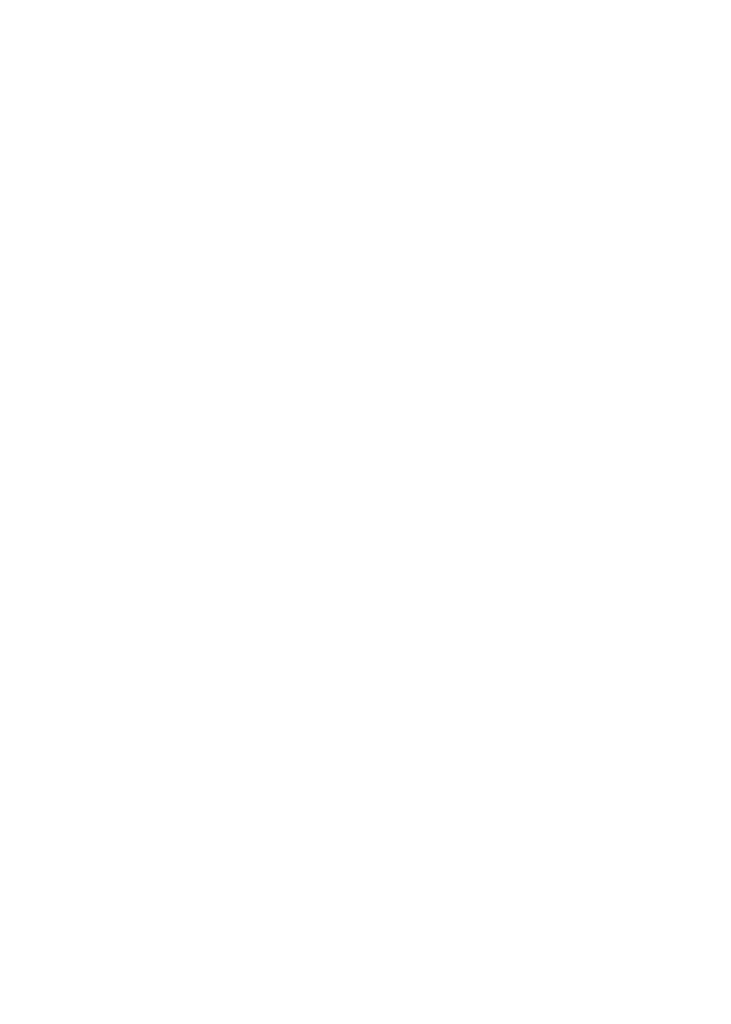
<source format=kicad_pcb>
(kicad_pcb (version 20211014) (generator pcbnew)

  (general
    (thickness 1.6)
  )

  (paper "A4")
  (layers
    (0 "F.Cu" signal)
    (31 "B.Cu" signal)
    (32 "B.Adhes" user "B.Adhesive")
    (33 "F.Adhes" user "F.Adhesive")
    (34 "B.Paste" user)
    (35 "F.Paste" user)
    (36 "B.SilkS" user "B.Silkscreen")
    (37 "F.SilkS" user "F.Silkscreen")
    (38 "B.Mask" user)
    (39 "F.Mask" user)
    (40 "Dwgs.User" user "User.Drawings")
    (41 "Cmts.User" user "User.Comments")
    (42 "Eco1.User" user "User.Eco1")
    (43 "Eco2.User" user "User.Eco2")
    (44 "Edge.Cuts" user)
    (45 "Margin" user)
    (46 "B.CrtYd" user "B.Courtyard")
    (47 "F.CrtYd" user "F.Courtyard")
    (48 "B.Fab" user)
    (49 "F.Fab" user)
    (50 "User.1" user)
    (51 "User.2" user)
    (52 "User.3" user)
    (53 "User.4" user)
    (54 "User.5" user)
    (55 "User.6" user)
    (56 "User.7" user)
    (57 "User.8" user)
    (58 "User.9" user)
  )

  (setup
    (pad_to_mask_clearance 0)
    (pcbplotparams
      (layerselection 0x00010fc_ffffffff)
      (disableapertmacros false)
      (usegerberextensions false)
      (usegerberattributes true)
      (usegerberadvancedattributes true)
      (creategerberjobfile true)
      (svguseinch false)
      (svgprecision 6)
      (excludeedgelayer true)
      (plotframeref false)
      (viasonmask false)
      (mode 1)
      (useauxorigin false)
      (hpglpennumber 1)
      (hpglpenspeed 20)
      (hpglpendiameter 15.000000)
      (dxfpolygonmode true)
      (dxfimperialunits true)
      (dxfusepcbnewfont true)
      (psnegative false)
      (psa4output false)
      (plotreference true)
      (plotvalue true)
      (plotinvisibletext false)
      (sketchpadsonfab false)
      (subtractmaskfromsilk false)
      (outputformat 1)
      (mirror false)
      (drillshape 1)
      (scaleselection 1)
      (outputdirectory "")
    )
  )

  (net 0 "")

  (gr_circle (center 121.92 51.435) (end 123.75642 51.435) (layer "Dwgs.User") (width 0.2) (fill none) (tstamp 182c98a6-f553-4a18-9515-f8cd2b519034))
  (gr_circle (center 121.92 133.985) (end 123.75642 133.985) (layer "Dwgs.User") (width 0.2) (fill none) (tstamp 33f6456e-e504-40fc-8325-ac3052387e5b))
  (gr_arc (start 109.22 50.8) (mid 109.963949 49.003949) (end 111.76 48.26) (layer "Dwgs.User") (width 0.2) (tstamp 5751f28b-c4e9-42c0-bd42-8c9637789dc8))
  (gr_line (start 111.76 137.16) (end 170.18 137.16) (layer "Dwgs.User") (width 0.2) (tstamp 5832afd4-eb36-44fe-9e62-749885797a7a))
  (gr_circle (center 148.59 106.68) (end 150.0632 106.68) (layer "Dwgs.User") (width 0.2) (fill none) (tstamp 595dc6d5-f6ed-4ac9-9c8d-62a5571d9464))
  (gr_line (start 170.18 48.26) (end 111.76 48.26) (layer "Dwgs.User") (width 0.2) (tstamp 5e4fc73c-77b5-4f15-8cc2-8e330c23df4d))
  (gr_line (start 172.72 134.62) (end 172.72 50.8) (layer "Dwgs.User") (width 0.2) (tstamp 660a3eac-b19f-4fda-bbcc-0021c310eb5c))
  (gr_circle (center 140.97 106.68) (end 142.86865 106.68) (layer "Dwgs.User") (width 0.2) (fill none) (tstamp 68c7c168-291a-4dfb-94f4-a6cde919c35f))
  (gr_line (start 109.22 50.8) (end 109.22 134.62) (layer "Dwgs.User") (width 0.2) (tstamp 6c4d1043-39e5-4310-90f0-2220a4de8145))
  (gr_arc (start 111.76 137.16) (mid 109.963949 136.416051) (end 109.22 134.62) (layer "Dwgs.User") (width 0.2) (tstamp 7deb5f91-b1fd-4d7b-bfe5-7c200366c708))
  (gr_arc (start 172.72 134.62) (mid 171.976051 136.416051) (end 170.18 137.16) (layer "Dwgs.User") (width 0.2) (tstamp 943ed2ba-ad9a-4407-9037-bfc2e9fbd5ea))
  (gr_circle (center 148.59 121.92) (end 150.0632 121.92) (layer "Dwgs.User") (width 0.2) (fill none) (tstamp c37e8d12-a96d-49b4-8a52-1eab3edf63fa))
  (gr_circle (center 133.35 121.92) (end 134.8232 121.92) (layer "Dwgs.User") (width 0.2) (fill none) (tstamp d394fb02-de9a-49b6-8ac0-7d93bcce129d))
  (gr_circle (center 133.35 106.68) (end 134.8232 106.68) (layer "Dwgs.User") (width 0.2) (fill none) (tstamp d6b6cd40-7443-4aeb-bad2-6caffed07682))
  (gr_circle (center 160.02 51.435) (end 161.85642 51.435) (layer "Dwgs.User") (width 0.2) (fill none) (tstamp e1ba2724-fc6f-4aac-b1da-1071c9dd6a05))
  (gr_circle (center 160.02 133.985) (end 161.85642 133.985) (layer "Dwgs.User") (width 0.2) (fill none) (tstamp e489ec8a-b909-4255-9595-27c7adac15a6))
  (gr_arc (start 170.18 48.26) (mid 171.976051 49.003949) (end 172.72 50.8) (layer "Dwgs.User") (width 0.2) (tstamp e52d0b6f-37e1-453a-8bfc-12de5e99bf37))
  (gr_circle (center 140.97 121.92) (end 142.86865 121.92) (layer "Dwgs.User") (width 0.2) (fill none) (tstamp f1ce9849-3679-4b5a-bdfe-cb2453dfcc7d))

  (group "" (id 21915738-8080-497d-903c-d9585e7347f9)
    (members
      182c98a6-f553-4a18-9515-f8cd2b519034
      33f6456e-e504-40fc-8325-ac3052387e5b
      5751f28b-c4e9-42c0-bd42-8c9637789dc8
      5832afd4-eb36-44fe-9e62-749885797a7a
      595dc6d5-f6ed-4ac9-9c8d-62a5571d9464
      5e4fc73c-77b5-4f15-8cc2-8e330c23df4d
      660a3eac-b19f-4fda-bbcc-0021c310eb5c
      68c7c168-291a-4dfb-94f4-a6cde919c35f
      6c4d1043-39e5-4310-90f0-2220a4de8145
      7deb5f91-b1fd-4d7b-bfe5-7c200366c708
      943ed2ba-ad9a-4407-9037-bfc2e9fbd5ea
      c37e8d12-a96d-49b4-8a52-1eab3edf63fa
      d394fb02-de9a-49b6-8ac0-7d93bcce129d
      d6b6cd40-7443-4aeb-bad2-6caffed07682
      e1ba2724-fc6f-4aac-b1da-1071c9dd6a05
      e489ec8a-b909-4255-9595-27c7adac15a6
      e52d0b6f-37e1-453a-8bfc-12de5e99bf37
      f1ce9849-3679-4b5a-bdfe-cb2453dfcc7d
    )
  )
)

</source>
